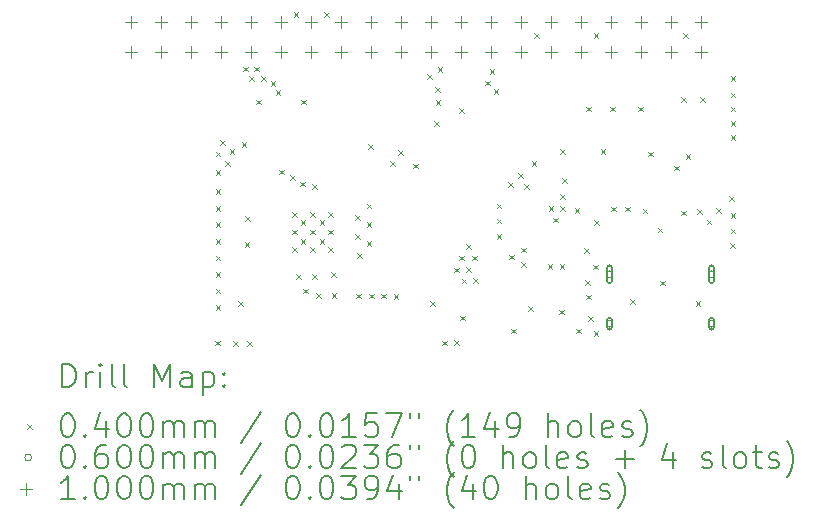
<source format=gbr>
%FSLAX45Y45*%
G04 Gerber Fmt 4.5, Leading zero omitted, Abs format (unit mm)*
G04 Created by KiCad (PCBNEW (6.0.4)) date 2022-08-30 22:22:18*
%MOMM*%
%LPD*%
G01*
G04 APERTURE LIST*
%ADD10C,0.200000*%
%ADD11C,0.040000*%
%ADD12C,0.060000*%
%ADD13C,0.100000*%
G04 APERTURE END LIST*
D10*
D11*
X13078000Y-11121000D02*
X13118000Y-11161000D01*
X13118000Y-11121000D02*
X13078000Y-11161000D01*
X13080000Y-9520000D02*
X13120000Y-9560000D01*
X13120000Y-9520000D02*
X13080000Y-9560000D01*
X13080000Y-9680000D02*
X13120000Y-9720000D01*
X13120000Y-9680000D02*
X13080000Y-9720000D01*
X13080000Y-9840000D02*
X13120000Y-9880000D01*
X13120000Y-9840000D02*
X13080000Y-9880000D01*
X13080000Y-9980000D02*
X13120000Y-10020000D01*
X13120000Y-9980000D02*
X13080000Y-10020000D01*
X13080000Y-10120000D02*
X13120000Y-10160000D01*
X13120000Y-10120000D02*
X13080000Y-10160000D01*
X13080000Y-10260000D02*
X13120000Y-10300000D01*
X13120000Y-10260000D02*
X13080000Y-10300000D01*
X13080000Y-10400000D02*
X13120000Y-10440000D01*
X13120000Y-10400000D02*
X13080000Y-10440000D01*
X13080000Y-10540000D02*
X13120000Y-10580000D01*
X13120000Y-10540000D02*
X13080000Y-10580000D01*
X13080000Y-10680000D02*
X13120000Y-10720000D01*
X13120000Y-10680000D02*
X13080000Y-10720000D01*
X13080000Y-10820000D02*
X13120000Y-10860000D01*
X13120000Y-10820000D02*
X13080000Y-10860000D01*
X13120000Y-9420000D02*
X13160000Y-9460000D01*
X13160000Y-9420000D02*
X13120000Y-9460000D01*
X13160000Y-9600000D02*
X13200000Y-9640000D01*
X13200000Y-9600000D02*
X13160000Y-9640000D01*
X13200000Y-9500000D02*
X13240000Y-9540000D01*
X13240000Y-9500000D02*
X13200000Y-9540000D01*
X13230000Y-11125000D02*
X13270000Y-11165000D01*
X13270000Y-11125000D02*
X13230000Y-11165000D01*
X13269000Y-10784000D02*
X13309000Y-10824000D01*
X13309000Y-10784000D02*
X13269000Y-10824000D01*
X13300000Y-9440000D02*
X13340000Y-9480000D01*
X13340000Y-9440000D02*
X13300000Y-9480000D01*
X13316000Y-8801000D02*
X13356000Y-8841000D01*
X13356000Y-8801000D02*
X13316000Y-8841000D01*
X13326000Y-10286000D02*
X13366000Y-10326000D01*
X13366000Y-10286000D02*
X13326000Y-10326000D01*
X13329000Y-10066000D02*
X13369000Y-10106000D01*
X13369000Y-10066000D02*
X13329000Y-10106000D01*
X13346000Y-11126000D02*
X13386000Y-11166000D01*
X13386000Y-11126000D02*
X13346000Y-11166000D01*
X13365000Y-8879000D02*
X13405000Y-8919000D01*
X13405000Y-8879000D02*
X13365000Y-8919000D01*
X13408000Y-8800000D02*
X13448000Y-8840000D01*
X13448000Y-8800000D02*
X13408000Y-8840000D01*
X13421000Y-9080000D02*
X13461000Y-9120000D01*
X13461000Y-9080000D02*
X13421000Y-9120000D01*
X13464000Y-8879000D02*
X13504000Y-8919000D01*
X13504000Y-8879000D02*
X13464000Y-8919000D01*
X13547000Y-8924000D02*
X13587000Y-8964000D01*
X13587000Y-8924000D02*
X13547000Y-8964000D01*
X13588000Y-9002000D02*
X13628000Y-9042000D01*
X13628000Y-9002000D02*
X13588000Y-9042000D01*
X13618134Y-9672946D02*
X13658134Y-9712946D01*
X13658134Y-9672946D02*
X13618134Y-9712946D01*
X13710560Y-9721251D02*
X13750560Y-9761251D01*
X13750560Y-9721251D02*
X13710560Y-9761251D01*
X13730000Y-10030000D02*
X13770000Y-10070000D01*
X13770000Y-10030000D02*
X13730000Y-10070000D01*
X13730000Y-10180000D02*
X13770000Y-10220000D01*
X13770000Y-10180000D02*
X13730000Y-10220000D01*
X13730000Y-10330000D02*
X13770000Y-10370000D01*
X13770000Y-10330000D02*
X13730000Y-10370000D01*
X13740000Y-8340000D02*
X13780000Y-8380000D01*
X13780000Y-8340000D02*
X13740000Y-8380000D01*
X13760000Y-10560000D02*
X13800000Y-10600000D01*
X13800000Y-10560000D02*
X13760000Y-10600000D01*
X13795576Y-9773810D02*
X13835576Y-9813810D01*
X13835576Y-9773810D02*
X13795576Y-9813810D01*
X13800000Y-10100000D02*
X13840000Y-10140000D01*
X13840000Y-10100000D02*
X13800000Y-10140000D01*
X13800000Y-10260000D02*
X13840000Y-10300000D01*
X13840000Y-10260000D02*
X13800000Y-10300000D01*
X13803000Y-9080000D02*
X13843000Y-9120000D01*
X13843000Y-9080000D02*
X13803000Y-9120000D01*
X13820000Y-10680000D02*
X13860000Y-10720000D01*
X13860000Y-10680000D02*
X13820000Y-10720000D01*
X13880000Y-10030000D02*
X13920000Y-10070000D01*
X13920000Y-10030000D02*
X13880000Y-10070000D01*
X13880000Y-10180000D02*
X13920000Y-10220000D01*
X13920000Y-10180000D02*
X13880000Y-10220000D01*
X13880000Y-10330000D02*
X13920000Y-10370000D01*
X13920000Y-10330000D02*
X13880000Y-10370000D01*
X13895000Y-9794486D02*
X13935000Y-9834486D01*
X13935000Y-9794486D02*
X13895000Y-9834486D01*
X13900000Y-10560000D02*
X13940000Y-10600000D01*
X13940000Y-10560000D02*
X13900000Y-10600000D01*
X13933000Y-10721000D02*
X13973000Y-10761000D01*
X13973000Y-10721000D02*
X13933000Y-10761000D01*
X13960000Y-10100000D02*
X14000000Y-10140000D01*
X14000000Y-10100000D02*
X13960000Y-10140000D01*
X13960000Y-10260000D02*
X14000000Y-10300000D01*
X14000000Y-10260000D02*
X13960000Y-10300000D01*
X14000000Y-8340000D02*
X14040000Y-8380000D01*
X14040000Y-8340000D02*
X14000000Y-8380000D01*
X14030000Y-10030000D02*
X14070000Y-10070000D01*
X14070000Y-10030000D02*
X14030000Y-10070000D01*
X14030000Y-10180000D02*
X14070000Y-10220000D01*
X14070000Y-10180000D02*
X14030000Y-10220000D01*
X14030000Y-10330000D02*
X14070000Y-10370000D01*
X14070000Y-10330000D02*
X14030000Y-10370000D01*
X14060000Y-10540000D02*
X14100000Y-10580000D01*
X14100000Y-10540000D02*
X14060000Y-10580000D01*
X14062000Y-10721000D02*
X14102000Y-10761000D01*
X14102000Y-10721000D02*
X14062000Y-10761000D01*
X14260000Y-10060000D02*
X14300000Y-10100000D01*
X14300000Y-10060000D02*
X14260000Y-10100000D01*
X14260000Y-10220000D02*
X14300000Y-10260000D01*
X14300000Y-10220000D02*
X14260000Y-10260000D01*
X14268971Y-10722971D02*
X14308971Y-10762971D01*
X14308971Y-10722971D02*
X14268971Y-10762971D01*
X14280000Y-10380000D02*
X14320000Y-10420000D01*
X14320000Y-10380000D02*
X14280000Y-10420000D01*
X14360000Y-9960000D02*
X14400000Y-10000000D01*
X14400000Y-9960000D02*
X14360000Y-10000000D01*
X14360000Y-10120000D02*
X14400000Y-10160000D01*
X14400000Y-10120000D02*
X14360000Y-10160000D01*
X14360000Y-10280000D02*
X14400000Y-10320000D01*
X14400000Y-10280000D02*
X14360000Y-10320000D01*
X14373000Y-9459000D02*
X14413000Y-9499000D01*
X14413000Y-9459000D02*
X14373000Y-9499000D01*
X14383000Y-10722000D02*
X14423000Y-10762000D01*
X14423000Y-10722000D02*
X14383000Y-10762000D01*
X14482944Y-10723136D02*
X14522944Y-10763136D01*
X14522944Y-10723136D02*
X14482944Y-10763136D01*
X14555000Y-9598000D02*
X14595000Y-9638000D01*
X14595000Y-9598000D02*
X14555000Y-9638000D01*
X14588000Y-10726000D02*
X14628000Y-10766000D01*
X14628000Y-10726000D02*
X14588000Y-10766000D01*
X14623185Y-9506190D02*
X14663185Y-9546190D01*
X14663185Y-9506190D02*
X14623185Y-9546190D01*
X14751000Y-9621000D02*
X14791000Y-9661000D01*
X14791000Y-9621000D02*
X14751000Y-9661000D01*
X14870000Y-8864000D02*
X14910000Y-8904000D01*
X14910000Y-8864000D02*
X14870000Y-8904000D01*
X14898000Y-10787000D02*
X14938000Y-10827000D01*
X14938000Y-10787000D02*
X14898000Y-10827000D01*
X14932000Y-9261000D02*
X14972000Y-9301000D01*
X14972000Y-9261000D02*
X14932000Y-9301000D01*
X14940000Y-8976000D02*
X14980000Y-9016000D01*
X14980000Y-8976000D02*
X14940000Y-9016000D01*
X14942000Y-9085000D02*
X14982000Y-9125000D01*
X14982000Y-9085000D02*
X14942000Y-9125000D01*
X14959000Y-8805000D02*
X14999000Y-8845000D01*
X14999000Y-8805000D02*
X14959000Y-8845000D01*
X15000000Y-11120000D02*
X15040000Y-11160000D01*
X15040000Y-11120000D02*
X15000000Y-11160000D01*
X15097000Y-10503000D02*
X15137000Y-10543000D01*
X15137000Y-10503000D02*
X15097000Y-10543000D01*
X15100000Y-11118000D02*
X15140000Y-11158000D01*
X15140000Y-11118000D02*
X15100000Y-11158000D01*
X15143000Y-9150000D02*
X15183000Y-9190000D01*
X15183000Y-9150000D02*
X15143000Y-9190000D01*
X15145000Y-10402000D02*
X15185000Y-10442000D01*
X15185000Y-10402000D02*
X15145000Y-10442000D01*
X15149000Y-10908000D02*
X15189000Y-10948000D01*
X15189000Y-10908000D02*
X15149000Y-10948000D01*
X15163000Y-10595000D02*
X15203000Y-10635000D01*
X15203000Y-10595000D02*
X15163000Y-10635000D01*
X15200000Y-10497000D02*
X15240000Y-10537000D01*
X15240000Y-10497000D02*
X15200000Y-10537000D01*
X15202000Y-10305000D02*
X15242000Y-10345000D01*
X15242000Y-10305000D02*
X15202000Y-10345000D01*
X15254000Y-10401000D02*
X15294000Y-10441000D01*
X15294000Y-10401000D02*
X15254000Y-10441000D01*
X15259000Y-10592000D02*
X15299000Y-10632000D01*
X15299000Y-10592000D02*
X15259000Y-10632000D01*
X15360000Y-8920000D02*
X15400000Y-8960000D01*
X15400000Y-8920000D02*
X15360000Y-8960000D01*
X15400000Y-8820000D02*
X15440000Y-8860000D01*
X15440000Y-8820000D02*
X15400000Y-8860000D01*
X15434333Y-8988333D02*
X15474333Y-9028333D01*
X15474333Y-8988333D02*
X15434333Y-9028333D01*
X15460000Y-9960000D02*
X15500000Y-10000000D01*
X15500000Y-9960000D02*
X15460000Y-10000000D01*
X15460000Y-10087000D02*
X15500000Y-10127000D01*
X15500000Y-10087000D02*
X15460000Y-10127000D01*
X15460000Y-10220000D02*
X15500000Y-10260000D01*
X15500000Y-10220000D02*
X15460000Y-10260000D01*
X15560000Y-9780000D02*
X15600000Y-9820000D01*
X15600000Y-9780000D02*
X15560000Y-9820000D01*
X15563000Y-10393000D02*
X15603000Y-10433000D01*
X15603000Y-10393000D02*
X15563000Y-10433000D01*
X15580000Y-11018450D02*
X15620000Y-11058450D01*
X15620000Y-11018450D02*
X15580000Y-11058450D01*
X15640000Y-9700000D02*
X15680000Y-9740000D01*
X15680000Y-9700000D02*
X15640000Y-9740000D01*
X15666000Y-10332000D02*
X15706000Y-10372000D01*
X15706000Y-10332000D02*
X15666000Y-10372000D01*
X15666000Y-10453000D02*
X15706000Y-10493000D01*
X15706000Y-10453000D02*
X15666000Y-10493000D01*
X15695333Y-9794333D02*
X15735333Y-9834333D01*
X15735333Y-9794333D02*
X15695333Y-9834333D01*
X15728000Y-10829000D02*
X15768000Y-10869000D01*
X15768000Y-10829000D02*
X15728000Y-10869000D01*
X15756943Y-9600057D02*
X15796943Y-9640057D01*
X15796943Y-9600057D02*
X15756943Y-9640057D01*
X15780000Y-8520000D02*
X15820000Y-8560000D01*
X15820000Y-8520000D02*
X15780000Y-8560000D01*
X15891000Y-10473000D02*
X15931000Y-10513000D01*
X15931000Y-10473000D02*
X15891000Y-10513000D01*
X15900000Y-9980000D02*
X15940000Y-10020000D01*
X15940000Y-9980000D02*
X15900000Y-10020000D01*
X15940000Y-10080000D02*
X15980000Y-10120000D01*
X15980000Y-10080000D02*
X15940000Y-10120000D01*
X15989000Y-10859000D02*
X16029000Y-10899000D01*
X16029000Y-10859000D02*
X15989000Y-10899000D01*
X15992000Y-10472000D02*
X16032000Y-10512000D01*
X16032000Y-10472000D02*
X15992000Y-10512000D01*
X16000000Y-9500000D02*
X16040000Y-9540000D01*
X16040000Y-9500000D02*
X16000000Y-9540000D01*
X16000000Y-9880000D02*
X16040000Y-9920000D01*
X16040000Y-9880000D02*
X16000000Y-9920000D01*
X16000000Y-9980000D02*
X16040000Y-10020000D01*
X16040000Y-9980000D02*
X16000000Y-10020000D01*
X16012500Y-9742500D02*
X16052500Y-9782500D01*
X16052500Y-9742500D02*
X16012500Y-9782500D01*
X16120000Y-10000000D02*
X16160000Y-10040000D01*
X16160000Y-10000000D02*
X16120000Y-10040000D01*
X16130000Y-11017950D02*
X16170000Y-11057950D01*
X16170000Y-11017950D02*
X16130000Y-11057950D01*
X16200190Y-10339856D02*
X16240190Y-10379856D01*
X16240190Y-10339856D02*
X16200190Y-10379856D01*
X16208000Y-10606000D02*
X16248000Y-10646000D01*
X16248000Y-10606000D02*
X16208000Y-10646000D01*
X16219000Y-10732000D02*
X16259000Y-10772000D01*
X16259000Y-10732000D02*
X16219000Y-10772000D01*
X16220000Y-9140000D02*
X16260000Y-9180000D01*
X16260000Y-9140000D02*
X16220000Y-9180000D01*
X16237000Y-10911000D02*
X16277000Y-10951000D01*
X16277000Y-10911000D02*
X16237000Y-10951000D01*
X16277000Y-10477000D02*
X16317000Y-10517000D01*
X16317000Y-10477000D02*
X16277000Y-10517000D01*
X16280000Y-8520000D02*
X16320000Y-8560000D01*
X16320000Y-8520000D02*
X16280000Y-8560000D01*
X16281000Y-11039000D02*
X16321000Y-11079000D01*
X16321000Y-11039000D02*
X16281000Y-11079000D01*
X16286000Y-10101649D02*
X16326000Y-10141649D01*
X16326000Y-10101649D02*
X16286000Y-10141649D01*
X16340000Y-9500000D02*
X16380000Y-9540000D01*
X16380000Y-9500000D02*
X16340000Y-9540000D01*
X16420000Y-9140000D02*
X16460000Y-9180000D01*
X16460000Y-9140000D02*
X16420000Y-9180000D01*
X16431000Y-9987000D02*
X16471000Y-10027000D01*
X16471000Y-9987000D02*
X16431000Y-10027000D01*
X16549000Y-9987000D02*
X16589000Y-10027000D01*
X16589000Y-9987000D02*
X16549000Y-10027000D01*
X16588000Y-10768000D02*
X16628000Y-10808000D01*
X16628000Y-10768000D02*
X16588000Y-10808000D01*
X16660000Y-9140000D02*
X16700000Y-9180000D01*
X16700000Y-9140000D02*
X16660000Y-9180000D01*
X16695000Y-10002000D02*
X16735000Y-10042000D01*
X16735000Y-10002000D02*
X16695000Y-10042000D01*
X16740000Y-9520000D02*
X16780000Y-9560000D01*
X16780000Y-9520000D02*
X16740000Y-9560000D01*
X16822000Y-10164000D02*
X16862000Y-10204000D01*
X16862000Y-10164000D02*
X16822000Y-10204000D01*
X16844000Y-10613000D02*
X16884000Y-10653000D01*
X16884000Y-10613000D02*
X16844000Y-10653000D01*
X16960000Y-9640000D02*
X17000000Y-9680000D01*
X17000000Y-9640000D02*
X16960000Y-9680000D01*
X17020000Y-9060000D02*
X17060000Y-9100000D01*
X17060000Y-9060000D02*
X17020000Y-9100000D01*
X17024000Y-10019000D02*
X17064000Y-10059000D01*
X17064000Y-10019000D02*
X17024000Y-10059000D01*
X17040000Y-8520000D02*
X17080000Y-8560000D01*
X17080000Y-8520000D02*
X17040000Y-8560000D01*
X17060000Y-9540000D02*
X17100000Y-9580000D01*
X17100000Y-9540000D02*
X17060000Y-9580000D01*
X17144000Y-10787000D02*
X17184000Y-10827000D01*
X17184000Y-10787000D02*
X17144000Y-10827000D01*
X17157000Y-10007000D02*
X17197000Y-10047000D01*
X17197000Y-10007000D02*
X17157000Y-10047000D01*
X17180000Y-9060000D02*
X17220000Y-9100000D01*
X17220000Y-9060000D02*
X17180000Y-9100000D01*
X17237000Y-10096000D02*
X17277000Y-10136000D01*
X17277000Y-10096000D02*
X17237000Y-10136000D01*
X17318000Y-9998000D02*
X17358000Y-10038000D01*
X17358000Y-9998000D02*
X17318000Y-10038000D01*
X17431000Y-9899000D02*
X17471000Y-9939000D01*
X17471000Y-9899000D02*
X17431000Y-9939000D01*
X17437000Y-10294000D02*
X17477000Y-10334000D01*
X17477000Y-10294000D02*
X17437000Y-10334000D01*
X17440000Y-8880000D02*
X17480000Y-8920000D01*
X17480000Y-8880000D02*
X17440000Y-8920000D01*
X17440000Y-9020000D02*
X17480000Y-9060000D01*
X17480000Y-9020000D02*
X17440000Y-9060000D01*
X17440000Y-9140000D02*
X17480000Y-9180000D01*
X17480000Y-9140000D02*
X17440000Y-9180000D01*
X17440000Y-9260000D02*
X17480000Y-9300000D01*
X17480000Y-9260000D02*
X17440000Y-9300000D01*
X17440000Y-9380000D02*
X17480000Y-9420000D01*
X17480000Y-9380000D02*
X17440000Y-9420000D01*
X17440000Y-10043000D02*
X17480000Y-10083000D01*
X17480000Y-10043000D02*
X17440000Y-10083000D01*
X17441000Y-10173000D02*
X17481000Y-10213000D01*
X17481000Y-10173000D02*
X17441000Y-10213000D01*
D12*
X16445000Y-10559000D02*
G75*
G03*
X16445000Y-10559000I-30000J0D01*
G01*
D10*
X16395000Y-10504000D02*
X16395000Y-10614000D01*
X16435000Y-10504000D02*
X16435000Y-10614000D01*
X16395000Y-10614000D02*
G75*
G03*
X16435000Y-10614000I20000J0D01*
G01*
X16435000Y-10504000D02*
G75*
G03*
X16395000Y-10504000I-20000J0D01*
G01*
D12*
X16445000Y-10977000D02*
G75*
G03*
X16445000Y-10977000I-30000J0D01*
G01*
D10*
X16395000Y-10947000D02*
X16395000Y-11007000D01*
X16435000Y-10947000D02*
X16435000Y-11007000D01*
X16395000Y-11007000D02*
G75*
G03*
X16435000Y-11007000I20000J0D01*
G01*
X16435000Y-10947000D02*
G75*
G03*
X16395000Y-10947000I-20000J0D01*
G01*
D12*
X17309000Y-10559000D02*
G75*
G03*
X17309000Y-10559000I-30000J0D01*
G01*
D10*
X17259000Y-10504000D02*
X17259000Y-10614000D01*
X17299000Y-10504000D02*
X17299000Y-10614000D01*
X17259000Y-10614000D02*
G75*
G03*
X17299000Y-10614000I20000J0D01*
G01*
X17299000Y-10504000D02*
G75*
G03*
X17259000Y-10504000I-20000J0D01*
G01*
D12*
X17309000Y-10977000D02*
G75*
G03*
X17309000Y-10977000I-30000J0D01*
G01*
D10*
X17259000Y-10947000D02*
X17259000Y-11007000D01*
X17299000Y-10947000D02*
X17299000Y-11007000D01*
X17259000Y-11007000D02*
G75*
G03*
X17299000Y-11007000I20000J0D01*
G01*
X17299000Y-10947000D02*
G75*
G03*
X17259000Y-10947000I-20000J0D01*
G01*
D13*
X12367000Y-8373000D02*
X12367000Y-8473000D01*
X12317000Y-8423000D02*
X12417000Y-8423000D01*
X12367000Y-8627000D02*
X12367000Y-8727000D01*
X12317000Y-8677000D02*
X12417000Y-8677000D01*
X12621000Y-8373000D02*
X12621000Y-8473000D01*
X12571000Y-8423000D02*
X12671000Y-8423000D01*
X12621000Y-8627000D02*
X12621000Y-8727000D01*
X12571000Y-8677000D02*
X12671000Y-8677000D01*
X12875000Y-8373000D02*
X12875000Y-8473000D01*
X12825000Y-8423000D02*
X12925000Y-8423000D01*
X12875000Y-8627000D02*
X12875000Y-8727000D01*
X12825000Y-8677000D02*
X12925000Y-8677000D01*
X13129000Y-8373000D02*
X13129000Y-8473000D01*
X13079000Y-8423000D02*
X13179000Y-8423000D01*
X13129000Y-8627000D02*
X13129000Y-8727000D01*
X13079000Y-8677000D02*
X13179000Y-8677000D01*
X13383000Y-8373000D02*
X13383000Y-8473000D01*
X13333000Y-8423000D02*
X13433000Y-8423000D01*
X13383000Y-8627000D02*
X13383000Y-8727000D01*
X13333000Y-8677000D02*
X13433000Y-8677000D01*
X13637000Y-8373000D02*
X13637000Y-8473000D01*
X13587000Y-8423000D02*
X13687000Y-8423000D01*
X13637000Y-8627000D02*
X13637000Y-8727000D01*
X13587000Y-8677000D02*
X13687000Y-8677000D01*
X13891000Y-8373000D02*
X13891000Y-8473000D01*
X13841000Y-8423000D02*
X13941000Y-8423000D01*
X13891000Y-8627000D02*
X13891000Y-8727000D01*
X13841000Y-8677000D02*
X13941000Y-8677000D01*
X14145000Y-8373000D02*
X14145000Y-8473000D01*
X14095000Y-8423000D02*
X14195000Y-8423000D01*
X14145000Y-8627000D02*
X14145000Y-8727000D01*
X14095000Y-8677000D02*
X14195000Y-8677000D01*
X14399000Y-8373000D02*
X14399000Y-8473000D01*
X14349000Y-8423000D02*
X14449000Y-8423000D01*
X14399000Y-8627000D02*
X14399000Y-8727000D01*
X14349000Y-8677000D02*
X14449000Y-8677000D01*
X14653000Y-8373000D02*
X14653000Y-8473000D01*
X14603000Y-8423000D02*
X14703000Y-8423000D01*
X14653000Y-8627000D02*
X14653000Y-8727000D01*
X14603000Y-8677000D02*
X14703000Y-8677000D01*
X14907000Y-8373000D02*
X14907000Y-8473000D01*
X14857000Y-8423000D02*
X14957000Y-8423000D01*
X14907000Y-8627000D02*
X14907000Y-8727000D01*
X14857000Y-8677000D02*
X14957000Y-8677000D01*
X15161000Y-8373000D02*
X15161000Y-8473000D01*
X15111000Y-8423000D02*
X15211000Y-8423000D01*
X15161000Y-8627000D02*
X15161000Y-8727000D01*
X15111000Y-8677000D02*
X15211000Y-8677000D01*
X15415000Y-8373000D02*
X15415000Y-8473000D01*
X15365000Y-8423000D02*
X15465000Y-8423000D01*
X15415000Y-8627000D02*
X15415000Y-8727000D01*
X15365000Y-8677000D02*
X15465000Y-8677000D01*
X15669000Y-8373000D02*
X15669000Y-8473000D01*
X15619000Y-8423000D02*
X15719000Y-8423000D01*
X15669000Y-8627000D02*
X15669000Y-8727000D01*
X15619000Y-8677000D02*
X15719000Y-8677000D01*
X15923000Y-8373000D02*
X15923000Y-8473000D01*
X15873000Y-8423000D02*
X15973000Y-8423000D01*
X15923000Y-8627000D02*
X15923000Y-8727000D01*
X15873000Y-8677000D02*
X15973000Y-8677000D01*
X16177000Y-8373000D02*
X16177000Y-8473000D01*
X16127000Y-8423000D02*
X16227000Y-8423000D01*
X16177000Y-8627000D02*
X16177000Y-8727000D01*
X16127000Y-8677000D02*
X16227000Y-8677000D01*
X16431000Y-8373000D02*
X16431000Y-8473000D01*
X16381000Y-8423000D02*
X16481000Y-8423000D01*
X16431000Y-8627000D02*
X16431000Y-8727000D01*
X16381000Y-8677000D02*
X16481000Y-8677000D01*
X16685000Y-8373000D02*
X16685000Y-8473000D01*
X16635000Y-8423000D02*
X16735000Y-8423000D01*
X16685000Y-8627000D02*
X16685000Y-8727000D01*
X16635000Y-8677000D02*
X16735000Y-8677000D01*
X16939000Y-8373000D02*
X16939000Y-8473000D01*
X16889000Y-8423000D02*
X16989000Y-8423000D01*
X16939000Y-8627000D02*
X16939000Y-8727000D01*
X16889000Y-8677000D02*
X16989000Y-8677000D01*
X17193000Y-8373000D02*
X17193000Y-8473000D01*
X17143000Y-8423000D02*
X17243000Y-8423000D01*
X17193000Y-8627000D02*
X17193000Y-8727000D01*
X17143000Y-8677000D02*
X17243000Y-8677000D01*
D10*
X11781480Y-11516476D02*
X11781480Y-11316476D01*
X11829099Y-11316476D01*
X11857671Y-11326000D01*
X11876718Y-11345048D01*
X11886242Y-11364095D01*
X11895766Y-11402190D01*
X11895766Y-11430762D01*
X11886242Y-11468857D01*
X11876718Y-11487905D01*
X11857671Y-11506952D01*
X11829099Y-11516476D01*
X11781480Y-11516476D01*
X11981480Y-11516476D02*
X11981480Y-11383143D01*
X11981480Y-11421238D02*
X11991004Y-11402190D01*
X12000528Y-11392667D01*
X12019575Y-11383143D01*
X12038623Y-11383143D01*
X12105290Y-11516476D02*
X12105290Y-11383143D01*
X12105290Y-11316476D02*
X12095766Y-11326000D01*
X12105290Y-11335524D01*
X12114813Y-11326000D01*
X12105290Y-11316476D01*
X12105290Y-11335524D01*
X12229099Y-11516476D02*
X12210051Y-11506952D01*
X12200528Y-11487905D01*
X12200528Y-11316476D01*
X12333861Y-11516476D02*
X12314813Y-11506952D01*
X12305290Y-11487905D01*
X12305290Y-11316476D01*
X12562432Y-11516476D02*
X12562432Y-11316476D01*
X12629099Y-11459333D01*
X12695766Y-11316476D01*
X12695766Y-11516476D01*
X12876718Y-11516476D02*
X12876718Y-11411714D01*
X12867194Y-11392667D01*
X12848147Y-11383143D01*
X12810051Y-11383143D01*
X12791004Y-11392667D01*
X12876718Y-11506952D02*
X12857671Y-11516476D01*
X12810051Y-11516476D01*
X12791004Y-11506952D01*
X12781480Y-11487905D01*
X12781480Y-11468857D01*
X12791004Y-11449809D01*
X12810051Y-11440286D01*
X12857671Y-11440286D01*
X12876718Y-11430762D01*
X12971956Y-11383143D02*
X12971956Y-11583143D01*
X12971956Y-11392667D02*
X12991004Y-11383143D01*
X13029099Y-11383143D01*
X13048147Y-11392667D01*
X13057671Y-11402190D01*
X13067194Y-11421238D01*
X13067194Y-11478381D01*
X13057671Y-11497428D01*
X13048147Y-11506952D01*
X13029099Y-11516476D01*
X12991004Y-11516476D01*
X12971956Y-11506952D01*
X13152909Y-11497428D02*
X13162432Y-11506952D01*
X13152909Y-11516476D01*
X13143385Y-11506952D01*
X13152909Y-11497428D01*
X13152909Y-11516476D01*
X13152909Y-11392667D02*
X13162432Y-11402190D01*
X13152909Y-11411714D01*
X13143385Y-11402190D01*
X13152909Y-11392667D01*
X13152909Y-11411714D01*
D11*
X11483861Y-11826000D02*
X11523861Y-11866000D01*
X11523861Y-11826000D02*
X11483861Y-11866000D01*
D10*
X11819575Y-11736476D02*
X11838623Y-11736476D01*
X11857671Y-11746000D01*
X11867194Y-11755524D01*
X11876718Y-11774571D01*
X11886242Y-11812667D01*
X11886242Y-11860286D01*
X11876718Y-11898381D01*
X11867194Y-11917428D01*
X11857671Y-11926952D01*
X11838623Y-11936476D01*
X11819575Y-11936476D01*
X11800528Y-11926952D01*
X11791004Y-11917428D01*
X11781480Y-11898381D01*
X11771956Y-11860286D01*
X11771956Y-11812667D01*
X11781480Y-11774571D01*
X11791004Y-11755524D01*
X11800528Y-11746000D01*
X11819575Y-11736476D01*
X11971956Y-11917428D02*
X11981480Y-11926952D01*
X11971956Y-11936476D01*
X11962432Y-11926952D01*
X11971956Y-11917428D01*
X11971956Y-11936476D01*
X12152909Y-11803143D02*
X12152909Y-11936476D01*
X12105290Y-11726952D02*
X12057671Y-11869809D01*
X12181480Y-11869809D01*
X12295766Y-11736476D02*
X12314813Y-11736476D01*
X12333861Y-11746000D01*
X12343385Y-11755524D01*
X12352909Y-11774571D01*
X12362432Y-11812667D01*
X12362432Y-11860286D01*
X12352909Y-11898381D01*
X12343385Y-11917428D01*
X12333861Y-11926952D01*
X12314813Y-11936476D01*
X12295766Y-11936476D01*
X12276718Y-11926952D01*
X12267194Y-11917428D01*
X12257671Y-11898381D01*
X12248147Y-11860286D01*
X12248147Y-11812667D01*
X12257671Y-11774571D01*
X12267194Y-11755524D01*
X12276718Y-11746000D01*
X12295766Y-11736476D01*
X12486242Y-11736476D02*
X12505290Y-11736476D01*
X12524337Y-11746000D01*
X12533861Y-11755524D01*
X12543385Y-11774571D01*
X12552909Y-11812667D01*
X12552909Y-11860286D01*
X12543385Y-11898381D01*
X12533861Y-11917428D01*
X12524337Y-11926952D01*
X12505290Y-11936476D01*
X12486242Y-11936476D01*
X12467194Y-11926952D01*
X12457671Y-11917428D01*
X12448147Y-11898381D01*
X12438623Y-11860286D01*
X12438623Y-11812667D01*
X12448147Y-11774571D01*
X12457671Y-11755524D01*
X12467194Y-11746000D01*
X12486242Y-11736476D01*
X12638623Y-11936476D02*
X12638623Y-11803143D01*
X12638623Y-11822190D02*
X12648147Y-11812667D01*
X12667194Y-11803143D01*
X12695766Y-11803143D01*
X12714813Y-11812667D01*
X12724337Y-11831714D01*
X12724337Y-11936476D01*
X12724337Y-11831714D02*
X12733861Y-11812667D01*
X12752909Y-11803143D01*
X12781480Y-11803143D01*
X12800528Y-11812667D01*
X12810051Y-11831714D01*
X12810051Y-11936476D01*
X12905290Y-11936476D02*
X12905290Y-11803143D01*
X12905290Y-11822190D02*
X12914813Y-11812667D01*
X12933861Y-11803143D01*
X12962432Y-11803143D01*
X12981480Y-11812667D01*
X12991004Y-11831714D01*
X12991004Y-11936476D01*
X12991004Y-11831714D02*
X13000528Y-11812667D01*
X13019575Y-11803143D01*
X13048147Y-11803143D01*
X13067194Y-11812667D01*
X13076718Y-11831714D01*
X13076718Y-11936476D01*
X13467194Y-11726952D02*
X13295766Y-11984095D01*
X13724337Y-11736476D02*
X13743385Y-11736476D01*
X13762432Y-11746000D01*
X13771956Y-11755524D01*
X13781480Y-11774571D01*
X13791004Y-11812667D01*
X13791004Y-11860286D01*
X13781480Y-11898381D01*
X13771956Y-11917428D01*
X13762432Y-11926952D01*
X13743385Y-11936476D01*
X13724337Y-11936476D01*
X13705290Y-11926952D01*
X13695766Y-11917428D01*
X13686242Y-11898381D01*
X13676718Y-11860286D01*
X13676718Y-11812667D01*
X13686242Y-11774571D01*
X13695766Y-11755524D01*
X13705290Y-11746000D01*
X13724337Y-11736476D01*
X13876718Y-11917428D02*
X13886242Y-11926952D01*
X13876718Y-11936476D01*
X13867194Y-11926952D01*
X13876718Y-11917428D01*
X13876718Y-11936476D01*
X14010051Y-11736476D02*
X14029099Y-11736476D01*
X14048147Y-11746000D01*
X14057671Y-11755524D01*
X14067194Y-11774571D01*
X14076718Y-11812667D01*
X14076718Y-11860286D01*
X14067194Y-11898381D01*
X14057671Y-11917428D01*
X14048147Y-11926952D01*
X14029099Y-11936476D01*
X14010051Y-11936476D01*
X13991004Y-11926952D01*
X13981480Y-11917428D01*
X13971956Y-11898381D01*
X13962432Y-11860286D01*
X13962432Y-11812667D01*
X13971956Y-11774571D01*
X13981480Y-11755524D01*
X13991004Y-11746000D01*
X14010051Y-11736476D01*
X14267194Y-11936476D02*
X14152909Y-11936476D01*
X14210051Y-11936476D02*
X14210051Y-11736476D01*
X14191004Y-11765048D01*
X14171956Y-11784095D01*
X14152909Y-11793619D01*
X14448147Y-11736476D02*
X14352909Y-11736476D01*
X14343385Y-11831714D01*
X14352909Y-11822190D01*
X14371956Y-11812667D01*
X14419575Y-11812667D01*
X14438623Y-11822190D01*
X14448147Y-11831714D01*
X14457671Y-11850762D01*
X14457671Y-11898381D01*
X14448147Y-11917428D01*
X14438623Y-11926952D01*
X14419575Y-11936476D01*
X14371956Y-11936476D01*
X14352909Y-11926952D01*
X14343385Y-11917428D01*
X14524337Y-11736476D02*
X14657671Y-11736476D01*
X14571956Y-11936476D01*
X14724337Y-11736476D02*
X14724337Y-11774571D01*
X14800528Y-11736476D02*
X14800528Y-11774571D01*
X15095766Y-12012667D02*
X15086242Y-12003143D01*
X15067194Y-11974571D01*
X15057671Y-11955524D01*
X15048147Y-11926952D01*
X15038623Y-11879333D01*
X15038623Y-11841238D01*
X15048147Y-11793619D01*
X15057671Y-11765048D01*
X15067194Y-11746000D01*
X15086242Y-11717428D01*
X15095766Y-11707905D01*
X15276718Y-11936476D02*
X15162432Y-11936476D01*
X15219575Y-11936476D02*
X15219575Y-11736476D01*
X15200528Y-11765048D01*
X15181480Y-11784095D01*
X15162432Y-11793619D01*
X15448147Y-11803143D02*
X15448147Y-11936476D01*
X15400528Y-11726952D02*
X15352909Y-11869809D01*
X15476718Y-11869809D01*
X15562432Y-11936476D02*
X15600528Y-11936476D01*
X15619575Y-11926952D01*
X15629099Y-11917428D01*
X15648147Y-11888857D01*
X15657671Y-11850762D01*
X15657671Y-11774571D01*
X15648147Y-11755524D01*
X15638623Y-11746000D01*
X15619575Y-11736476D01*
X15581480Y-11736476D01*
X15562432Y-11746000D01*
X15552909Y-11755524D01*
X15543385Y-11774571D01*
X15543385Y-11822190D01*
X15552909Y-11841238D01*
X15562432Y-11850762D01*
X15581480Y-11860286D01*
X15619575Y-11860286D01*
X15638623Y-11850762D01*
X15648147Y-11841238D01*
X15657671Y-11822190D01*
X15895766Y-11936476D02*
X15895766Y-11736476D01*
X15981480Y-11936476D02*
X15981480Y-11831714D01*
X15971956Y-11812667D01*
X15952909Y-11803143D01*
X15924337Y-11803143D01*
X15905290Y-11812667D01*
X15895766Y-11822190D01*
X16105290Y-11936476D02*
X16086242Y-11926952D01*
X16076718Y-11917428D01*
X16067194Y-11898381D01*
X16067194Y-11841238D01*
X16076718Y-11822190D01*
X16086242Y-11812667D01*
X16105290Y-11803143D01*
X16133861Y-11803143D01*
X16152909Y-11812667D01*
X16162432Y-11822190D01*
X16171956Y-11841238D01*
X16171956Y-11898381D01*
X16162432Y-11917428D01*
X16152909Y-11926952D01*
X16133861Y-11936476D01*
X16105290Y-11936476D01*
X16286242Y-11936476D02*
X16267194Y-11926952D01*
X16257671Y-11907905D01*
X16257671Y-11736476D01*
X16438623Y-11926952D02*
X16419575Y-11936476D01*
X16381480Y-11936476D01*
X16362432Y-11926952D01*
X16352909Y-11907905D01*
X16352909Y-11831714D01*
X16362432Y-11812667D01*
X16381480Y-11803143D01*
X16419575Y-11803143D01*
X16438623Y-11812667D01*
X16448147Y-11831714D01*
X16448147Y-11850762D01*
X16352909Y-11869809D01*
X16524337Y-11926952D02*
X16543385Y-11936476D01*
X16581480Y-11936476D01*
X16600528Y-11926952D01*
X16610051Y-11907905D01*
X16610051Y-11898381D01*
X16600528Y-11879333D01*
X16581480Y-11869809D01*
X16552909Y-11869809D01*
X16533861Y-11860286D01*
X16524337Y-11841238D01*
X16524337Y-11831714D01*
X16533861Y-11812667D01*
X16552909Y-11803143D01*
X16581480Y-11803143D01*
X16600528Y-11812667D01*
X16676718Y-12012667D02*
X16686242Y-12003143D01*
X16705290Y-11974571D01*
X16714813Y-11955524D01*
X16724337Y-11926952D01*
X16733861Y-11879333D01*
X16733861Y-11841238D01*
X16724337Y-11793619D01*
X16714813Y-11765048D01*
X16705290Y-11746000D01*
X16686242Y-11717428D01*
X16676718Y-11707905D01*
D12*
X11523861Y-12110000D02*
G75*
G03*
X11523861Y-12110000I-30000J0D01*
G01*
D10*
X11819575Y-12000476D02*
X11838623Y-12000476D01*
X11857671Y-12010000D01*
X11867194Y-12019524D01*
X11876718Y-12038571D01*
X11886242Y-12076667D01*
X11886242Y-12124286D01*
X11876718Y-12162381D01*
X11867194Y-12181428D01*
X11857671Y-12190952D01*
X11838623Y-12200476D01*
X11819575Y-12200476D01*
X11800528Y-12190952D01*
X11791004Y-12181428D01*
X11781480Y-12162381D01*
X11771956Y-12124286D01*
X11771956Y-12076667D01*
X11781480Y-12038571D01*
X11791004Y-12019524D01*
X11800528Y-12010000D01*
X11819575Y-12000476D01*
X11971956Y-12181428D02*
X11981480Y-12190952D01*
X11971956Y-12200476D01*
X11962432Y-12190952D01*
X11971956Y-12181428D01*
X11971956Y-12200476D01*
X12152909Y-12000476D02*
X12114813Y-12000476D01*
X12095766Y-12010000D01*
X12086242Y-12019524D01*
X12067194Y-12048095D01*
X12057671Y-12086190D01*
X12057671Y-12162381D01*
X12067194Y-12181428D01*
X12076718Y-12190952D01*
X12095766Y-12200476D01*
X12133861Y-12200476D01*
X12152909Y-12190952D01*
X12162432Y-12181428D01*
X12171956Y-12162381D01*
X12171956Y-12114762D01*
X12162432Y-12095714D01*
X12152909Y-12086190D01*
X12133861Y-12076667D01*
X12095766Y-12076667D01*
X12076718Y-12086190D01*
X12067194Y-12095714D01*
X12057671Y-12114762D01*
X12295766Y-12000476D02*
X12314813Y-12000476D01*
X12333861Y-12010000D01*
X12343385Y-12019524D01*
X12352909Y-12038571D01*
X12362432Y-12076667D01*
X12362432Y-12124286D01*
X12352909Y-12162381D01*
X12343385Y-12181428D01*
X12333861Y-12190952D01*
X12314813Y-12200476D01*
X12295766Y-12200476D01*
X12276718Y-12190952D01*
X12267194Y-12181428D01*
X12257671Y-12162381D01*
X12248147Y-12124286D01*
X12248147Y-12076667D01*
X12257671Y-12038571D01*
X12267194Y-12019524D01*
X12276718Y-12010000D01*
X12295766Y-12000476D01*
X12486242Y-12000476D02*
X12505290Y-12000476D01*
X12524337Y-12010000D01*
X12533861Y-12019524D01*
X12543385Y-12038571D01*
X12552909Y-12076667D01*
X12552909Y-12124286D01*
X12543385Y-12162381D01*
X12533861Y-12181428D01*
X12524337Y-12190952D01*
X12505290Y-12200476D01*
X12486242Y-12200476D01*
X12467194Y-12190952D01*
X12457671Y-12181428D01*
X12448147Y-12162381D01*
X12438623Y-12124286D01*
X12438623Y-12076667D01*
X12448147Y-12038571D01*
X12457671Y-12019524D01*
X12467194Y-12010000D01*
X12486242Y-12000476D01*
X12638623Y-12200476D02*
X12638623Y-12067143D01*
X12638623Y-12086190D02*
X12648147Y-12076667D01*
X12667194Y-12067143D01*
X12695766Y-12067143D01*
X12714813Y-12076667D01*
X12724337Y-12095714D01*
X12724337Y-12200476D01*
X12724337Y-12095714D02*
X12733861Y-12076667D01*
X12752909Y-12067143D01*
X12781480Y-12067143D01*
X12800528Y-12076667D01*
X12810051Y-12095714D01*
X12810051Y-12200476D01*
X12905290Y-12200476D02*
X12905290Y-12067143D01*
X12905290Y-12086190D02*
X12914813Y-12076667D01*
X12933861Y-12067143D01*
X12962432Y-12067143D01*
X12981480Y-12076667D01*
X12991004Y-12095714D01*
X12991004Y-12200476D01*
X12991004Y-12095714D02*
X13000528Y-12076667D01*
X13019575Y-12067143D01*
X13048147Y-12067143D01*
X13067194Y-12076667D01*
X13076718Y-12095714D01*
X13076718Y-12200476D01*
X13467194Y-11990952D02*
X13295766Y-12248095D01*
X13724337Y-12000476D02*
X13743385Y-12000476D01*
X13762432Y-12010000D01*
X13771956Y-12019524D01*
X13781480Y-12038571D01*
X13791004Y-12076667D01*
X13791004Y-12124286D01*
X13781480Y-12162381D01*
X13771956Y-12181428D01*
X13762432Y-12190952D01*
X13743385Y-12200476D01*
X13724337Y-12200476D01*
X13705290Y-12190952D01*
X13695766Y-12181428D01*
X13686242Y-12162381D01*
X13676718Y-12124286D01*
X13676718Y-12076667D01*
X13686242Y-12038571D01*
X13695766Y-12019524D01*
X13705290Y-12010000D01*
X13724337Y-12000476D01*
X13876718Y-12181428D02*
X13886242Y-12190952D01*
X13876718Y-12200476D01*
X13867194Y-12190952D01*
X13876718Y-12181428D01*
X13876718Y-12200476D01*
X14010051Y-12000476D02*
X14029099Y-12000476D01*
X14048147Y-12010000D01*
X14057671Y-12019524D01*
X14067194Y-12038571D01*
X14076718Y-12076667D01*
X14076718Y-12124286D01*
X14067194Y-12162381D01*
X14057671Y-12181428D01*
X14048147Y-12190952D01*
X14029099Y-12200476D01*
X14010051Y-12200476D01*
X13991004Y-12190952D01*
X13981480Y-12181428D01*
X13971956Y-12162381D01*
X13962432Y-12124286D01*
X13962432Y-12076667D01*
X13971956Y-12038571D01*
X13981480Y-12019524D01*
X13991004Y-12010000D01*
X14010051Y-12000476D01*
X14152909Y-12019524D02*
X14162432Y-12010000D01*
X14181480Y-12000476D01*
X14229099Y-12000476D01*
X14248147Y-12010000D01*
X14257671Y-12019524D01*
X14267194Y-12038571D01*
X14267194Y-12057619D01*
X14257671Y-12086190D01*
X14143385Y-12200476D01*
X14267194Y-12200476D01*
X14333861Y-12000476D02*
X14457671Y-12000476D01*
X14391004Y-12076667D01*
X14419575Y-12076667D01*
X14438623Y-12086190D01*
X14448147Y-12095714D01*
X14457671Y-12114762D01*
X14457671Y-12162381D01*
X14448147Y-12181428D01*
X14438623Y-12190952D01*
X14419575Y-12200476D01*
X14362432Y-12200476D01*
X14343385Y-12190952D01*
X14333861Y-12181428D01*
X14629099Y-12000476D02*
X14591004Y-12000476D01*
X14571956Y-12010000D01*
X14562432Y-12019524D01*
X14543385Y-12048095D01*
X14533861Y-12086190D01*
X14533861Y-12162381D01*
X14543385Y-12181428D01*
X14552909Y-12190952D01*
X14571956Y-12200476D01*
X14610051Y-12200476D01*
X14629099Y-12190952D01*
X14638623Y-12181428D01*
X14648147Y-12162381D01*
X14648147Y-12114762D01*
X14638623Y-12095714D01*
X14629099Y-12086190D01*
X14610051Y-12076667D01*
X14571956Y-12076667D01*
X14552909Y-12086190D01*
X14543385Y-12095714D01*
X14533861Y-12114762D01*
X14724337Y-12000476D02*
X14724337Y-12038571D01*
X14800528Y-12000476D02*
X14800528Y-12038571D01*
X15095766Y-12276667D02*
X15086242Y-12267143D01*
X15067194Y-12238571D01*
X15057671Y-12219524D01*
X15048147Y-12190952D01*
X15038623Y-12143333D01*
X15038623Y-12105238D01*
X15048147Y-12057619D01*
X15057671Y-12029048D01*
X15067194Y-12010000D01*
X15086242Y-11981428D01*
X15095766Y-11971905D01*
X15210051Y-12000476D02*
X15229099Y-12000476D01*
X15248147Y-12010000D01*
X15257671Y-12019524D01*
X15267194Y-12038571D01*
X15276718Y-12076667D01*
X15276718Y-12124286D01*
X15267194Y-12162381D01*
X15257671Y-12181428D01*
X15248147Y-12190952D01*
X15229099Y-12200476D01*
X15210051Y-12200476D01*
X15191004Y-12190952D01*
X15181480Y-12181428D01*
X15171956Y-12162381D01*
X15162432Y-12124286D01*
X15162432Y-12076667D01*
X15171956Y-12038571D01*
X15181480Y-12019524D01*
X15191004Y-12010000D01*
X15210051Y-12000476D01*
X15514813Y-12200476D02*
X15514813Y-12000476D01*
X15600528Y-12200476D02*
X15600528Y-12095714D01*
X15591004Y-12076667D01*
X15571956Y-12067143D01*
X15543385Y-12067143D01*
X15524337Y-12076667D01*
X15514813Y-12086190D01*
X15724337Y-12200476D02*
X15705290Y-12190952D01*
X15695766Y-12181428D01*
X15686242Y-12162381D01*
X15686242Y-12105238D01*
X15695766Y-12086190D01*
X15705290Y-12076667D01*
X15724337Y-12067143D01*
X15752909Y-12067143D01*
X15771956Y-12076667D01*
X15781480Y-12086190D01*
X15791004Y-12105238D01*
X15791004Y-12162381D01*
X15781480Y-12181428D01*
X15771956Y-12190952D01*
X15752909Y-12200476D01*
X15724337Y-12200476D01*
X15905290Y-12200476D02*
X15886242Y-12190952D01*
X15876718Y-12171905D01*
X15876718Y-12000476D01*
X16057671Y-12190952D02*
X16038623Y-12200476D01*
X16000528Y-12200476D01*
X15981480Y-12190952D01*
X15971956Y-12171905D01*
X15971956Y-12095714D01*
X15981480Y-12076667D01*
X16000528Y-12067143D01*
X16038623Y-12067143D01*
X16057671Y-12076667D01*
X16067194Y-12095714D01*
X16067194Y-12114762D01*
X15971956Y-12133809D01*
X16143385Y-12190952D02*
X16162432Y-12200476D01*
X16200528Y-12200476D01*
X16219575Y-12190952D01*
X16229099Y-12171905D01*
X16229099Y-12162381D01*
X16219575Y-12143333D01*
X16200528Y-12133809D01*
X16171956Y-12133809D01*
X16152909Y-12124286D01*
X16143385Y-12105238D01*
X16143385Y-12095714D01*
X16152909Y-12076667D01*
X16171956Y-12067143D01*
X16200528Y-12067143D01*
X16219575Y-12076667D01*
X16467194Y-12124286D02*
X16619575Y-12124286D01*
X16543385Y-12200476D02*
X16543385Y-12048095D01*
X16952909Y-12067143D02*
X16952909Y-12200476D01*
X16905290Y-11990952D02*
X16857671Y-12133809D01*
X16981480Y-12133809D01*
X17200528Y-12190952D02*
X17219575Y-12200476D01*
X17257671Y-12200476D01*
X17276718Y-12190952D01*
X17286242Y-12171905D01*
X17286242Y-12162381D01*
X17276718Y-12143333D01*
X17257671Y-12133809D01*
X17229099Y-12133809D01*
X17210052Y-12124286D01*
X17200528Y-12105238D01*
X17200528Y-12095714D01*
X17210052Y-12076667D01*
X17229099Y-12067143D01*
X17257671Y-12067143D01*
X17276718Y-12076667D01*
X17400528Y-12200476D02*
X17381480Y-12190952D01*
X17371956Y-12171905D01*
X17371956Y-12000476D01*
X17505290Y-12200476D02*
X17486242Y-12190952D01*
X17476718Y-12181428D01*
X17467194Y-12162381D01*
X17467194Y-12105238D01*
X17476718Y-12086190D01*
X17486242Y-12076667D01*
X17505290Y-12067143D01*
X17533861Y-12067143D01*
X17552909Y-12076667D01*
X17562433Y-12086190D01*
X17571956Y-12105238D01*
X17571956Y-12162381D01*
X17562433Y-12181428D01*
X17552909Y-12190952D01*
X17533861Y-12200476D01*
X17505290Y-12200476D01*
X17629099Y-12067143D02*
X17705290Y-12067143D01*
X17657671Y-12000476D02*
X17657671Y-12171905D01*
X17667194Y-12190952D01*
X17686242Y-12200476D01*
X17705290Y-12200476D01*
X17762433Y-12190952D02*
X17781480Y-12200476D01*
X17819575Y-12200476D01*
X17838623Y-12190952D01*
X17848147Y-12171905D01*
X17848147Y-12162381D01*
X17838623Y-12143333D01*
X17819575Y-12133809D01*
X17791004Y-12133809D01*
X17771956Y-12124286D01*
X17762433Y-12105238D01*
X17762433Y-12095714D01*
X17771956Y-12076667D01*
X17791004Y-12067143D01*
X17819575Y-12067143D01*
X17838623Y-12076667D01*
X17914813Y-12276667D02*
X17924337Y-12267143D01*
X17943385Y-12238571D01*
X17952909Y-12219524D01*
X17962433Y-12190952D01*
X17971956Y-12143333D01*
X17971956Y-12105238D01*
X17962433Y-12057619D01*
X17952909Y-12029048D01*
X17943385Y-12010000D01*
X17924337Y-11981428D01*
X17914813Y-11971905D01*
D13*
X11473861Y-12324000D02*
X11473861Y-12424000D01*
X11423861Y-12374000D02*
X11523861Y-12374000D01*
D10*
X11886242Y-12464476D02*
X11771956Y-12464476D01*
X11829099Y-12464476D02*
X11829099Y-12264476D01*
X11810051Y-12293048D01*
X11791004Y-12312095D01*
X11771956Y-12321619D01*
X11971956Y-12445428D02*
X11981480Y-12454952D01*
X11971956Y-12464476D01*
X11962432Y-12454952D01*
X11971956Y-12445428D01*
X11971956Y-12464476D01*
X12105290Y-12264476D02*
X12124337Y-12264476D01*
X12143385Y-12274000D01*
X12152909Y-12283524D01*
X12162432Y-12302571D01*
X12171956Y-12340667D01*
X12171956Y-12388286D01*
X12162432Y-12426381D01*
X12152909Y-12445428D01*
X12143385Y-12454952D01*
X12124337Y-12464476D01*
X12105290Y-12464476D01*
X12086242Y-12454952D01*
X12076718Y-12445428D01*
X12067194Y-12426381D01*
X12057671Y-12388286D01*
X12057671Y-12340667D01*
X12067194Y-12302571D01*
X12076718Y-12283524D01*
X12086242Y-12274000D01*
X12105290Y-12264476D01*
X12295766Y-12264476D02*
X12314813Y-12264476D01*
X12333861Y-12274000D01*
X12343385Y-12283524D01*
X12352909Y-12302571D01*
X12362432Y-12340667D01*
X12362432Y-12388286D01*
X12352909Y-12426381D01*
X12343385Y-12445428D01*
X12333861Y-12454952D01*
X12314813Y-12464476D01*
X12295766Y-12464476D01*
X12276718Y-12454952D01*
X12267194Y-12445428D01*
X12257671Y-12426381D01*
X12248147Y-12388286D01*
X12248147Y-12340667D01*
X12257671Y-12302571D01*
X12267194Y-12283524D01*
X12276718Y-12274000D01*
X12295766Y-12264476D01*
X12486242Y-12264476D02*
X12505290Y-12264476D01*
X12524337Y-12274000D01*
X12533861Y-12283524D01*
X12543385Y-12302571D01*
X12552909Y-12340667D01*
X12552909Y-12388286D01*
X12543385Y-12426381D01*
X12533861Y-12445428D01*
X12524337Y-12454952D01*
X12505290Y-12464476D01*
X12486242Y-12464476D01*
X12467194Y-12454952D01*
X12457671Y-12445428D01*
X12448147Y-12426381D01*
X12438623Y-12388286D01*
X12438623Y-12340667D01*
X12448147Y-12302571D01*
X12457671Y-12283524D01*
X12467194Y-12274000D01*
X12486242Y-12264476D01*
X12638623Y-12464476D02*
X12638623Y-12331143D01*
X12638623Y-12350190D02*
X12648147Y-12340667D01*
X12667194Y-12331143D01*
X12695766Y-12331143D01*
X12714813Y-12340667D01*
X12724337Y-12359714D01*
X12724337Y-12464476D01*
X12724337Y-12359714D02*
X12733861Y-12340667D01*
X12752909Y-12331143D01*
X12781480Y-12331143D01*
X12800528Y-12340667D01*
X12810051Y-12359714D01*
X12810051Y-12464476D01*
X12905290Y-12464476D02*
X12905290Y-12331143D01*
X12905290Y-12350190D02*
X12914813Y-12340667D01*
X12933861Y-12331143D01*
X12962432Y-12331143D01*
X12981480Y-12340667D01*
X12991004Y-12359714D01*
X12991004Y-12464476D01*
X12991004Y-12359714D02*
X13000528Y-12340667D01*
X13019575Y-12331143D01*
X13048147Y-12331143D01*
X13067194Y-12340667D01*
X13076718Y-12359714D01*
X13076718Y-12464476D01*
X13467194Y-12254952D02*
X13295766Y-12512095D01*
X13724337Y-12264476D02*
X13743385Y-12264476D01*
X13762432Y-12274000D01*
X13771956Y-12283524D01*
X13781480Y-12302571D01*
X13791004Y-12340667D01*
X13791004Y-12388286D01*
X13781480Y-12426381D01*
X13771956Y-12445428D01*
X13762432Y-12454952D01*
X13743385Y-12464476D01*
X13724337Y-12464476D01*
X13705290Y-12454952D01*
X13695766Y-12445428D01*
X13686242Y-12426381D01*
X13676718Y-12388286D01*
X13676718Y-12340667D01*
X13686242Y-12302571D01*
X13695766Y-12283524D01*
X13705290Y-12274000D01*
X13724337Y-12264476D01*
X13876718Y-12445428D02*
X13886242Y-12454952D01*
X13876718Y-12464476D01*
X13867194Y-12454952D01*
X13876718Y-12445428D01*
X13876718Y-12464476D01*
X14010051Y-12264476D02*
X14029099Y-12264476D01*
X14048147Y-12274000D01*
X14057671Y-12283524D01*
X14067194Y-12302571D01*
X14076718Y-12340667D01*
X14076718Y-12388286D01*
X14067194Y-12426381D01*
X14057671Y-12445428D01*
X14048147Y-12454952D01*
X14029099Y-12464476D01*
X14010051Y-12464476D01*
X13991004Y-12454952D01*
X13981480Y-12445428D01*
X13971956Y-12426381D01*
X13962432Y-12388286D01*
X13962432Y-12340667D01*
X13971956Y-12302571D01*
X13981480Y-12283524D01*
X13991004Y-12274000D01*
X14010051Y-12264476D01*
X14143385Y-12264476D02*
X14267194Y-12264476D01*
X14200528Y-12340667D01*
X14229099Y-12340667D01*
X14248147Y-12350190D01*
X14257671Y-12359714D01*
X14267194Y-12378762D01*
X14267194Y-12426381D01*
X14257671Y-12445428D01*
X14248147Y-12454952D01*
X14229099Y-12464476D01*
X14171956Y-12464476D01*
X14152909Y-12454952D01*
X14143385Y-12445428D01*
X14362432Y-12464476D02*
X14400528Y-12464476D01*
X14419575Y-12454952D01*
X14429099Y-12445428D01*
X14448147Y-12416857D01*
X14457671Y-12378762D01*
X14457671Y-12302571D01*
X14448147Y-12283524D01*
X14438623Y-12274000D01*
X14419575Y-12264476D01*
X14381480Y-12264476D01*
X14362432Y-12274000D01*
X14352909Y-12283524D01*
X14343385Y-12302571D01*
X14343385Y-12350190D01*
X14352909Y-12369238D01*
X14362432Y-12378762D01*
X14381480Y-12388286D01*
X14419575Y-12388286D01*
X14438623Y-12378762D01*
X14448147Y-12369238D01*
X14457671Y-12350190D01*
X14629099Y-12331143D02*
X14629099Y-12464476D01*
X14581480Y-12254952D02*
X14533861Y-12397809D01*
X14657671Y-12397809D01*
X14724337Y-12264476D02*
X14724337Y-12302571D01*
X14800528Y-12264476D02*
X14800528Y-12302571D01*
X15095766Y-12540667D02*
X15086242Y-12531143D01*
X15067194Y-12502571D01*
X15057671Y-12483524D01*
X15048147Y-12454952D01*
X15038623Y-12407333D01*
X15038623Y-12369238D01*
X15048147Y-12321619D01*
X15057671Y-12293048D01*
X15067194Y-12274000D01*
X15086242Y-12245428D01*
X15095766Y-12235905D01*
X15257671Y-12331143D02*
X15257671Y-12464476D01*
X15210051Y-12254952D02*
X15162432Y-12397809D01*
X15286242Y-12397809D01*
X15400528Y-12264476D02*
X15419575Y-12264476D01*
X15438623Y-12274000D01*
X15448147Y-12283524D01*
X15457671Y-12302571D01*
X15467194Y-12340667D01*
X15467194Y-12388286D01*
X15457671Y-12426381D01*
X15448147Y-12445428D01*
X15438623Y-12454952D01*
X15419575Y-12464476D01*
X15400528Y-12464476D01*
X15381480Y-12454952D01*
X15371956Y-12445428D01*
X15362432Y-12426381D01*
X15352909Y-12388286D01*
X15352909Y-12340667D01*
X15362432Y-12302571D01*
X15371956Y-12283524D01*
X15381480Y-12274000D01*
X15400528Y-12264476D01*
X15705290Y-12464476D02*
X15705290Y-12264476D01*
X15791004Y-12464476D02*
X15791004Y-12359714D01*
X15781480Y-12340667D01*
X15762432Y-12331143D01*
X15733861Y-12331143D01*
X15714813Y-12340667D01*
X15705290Y-12350190D01*
X15914813Y-12464476D02*
X15895766Y-12454952D01*
X15886242Y-12445428D01*
X15876718Y-12426381D01*
X15876718Y-12369238D01*
X15886242Y-12350190D01*
X15895766Y-12340667D01*
X15914813Y-12331143D01*
X15943385Y-12331143D01*
X15962432Y-12340667D01*
X15971956Y-12350190D01*
X15981480Y-12369238D01*
X15981480Y-12426381D01*
X15971956Y-12445428D01*
X15962432Y-12454952D01*
X15943385Y-12464476D01*
X15914813Y-12464476D01*
X16095766Y-12464476D02*
X16076718Y-12454952D01*
X16067194Y-12435905D01*
X16067194Y-12264476D01*
X16248147Y-12454952D02*
X16229099Y-12464476D01*
X16191004Y-12464476D01*
X16171956Y-12454952D01*
X16162432Y-12435905D01*
X16162432Y-12359714D01*
X16171956Y-12340667D01*
X16191004Y-12331143D01*
X16229099Y-12331143D01*
X16248147Y-12340667D01*
X16257671Y-12359714D01*
X16257671Y-12378762D01*
X16162432Y-12397809D01*
X16333861Y-12454952D02*
X16352909Y-12464476D01*
X16391004Y-12464476D01*
X16410051Y-12454952D01*
X16419575Y-12435905D01*
X16419575Y-12426381D01*
X16410051Y-12407333D01*
X16391004Y-12397809D01*
X16362432Y-12397809D01*
X16343385Y-12388286D01*
X16333861Y-12369238D01*
X16333861Y-12359714D01*
X16343385Y-12340667D01*
X16362432Y-12331143D01*
X16391004Y-12331143D01*
X16410051Y-12340667D01*
X16486242Y-12540667D02*
X16495766Y-12531143D01*
X16514813Y-12502571D01*
X16524337Y-12483524D01*
X16533861Y-12454952D01*
X16543385Y-12407333D01*
X16543385Y-12369238D01*
X16533861Y-12321619D01*
X16524337Y-12293048D01*
X16514813Y-12274000D01*
X16495766Y-12245428D01*
X16486242Y-12235905D01*
M02*

</source>
